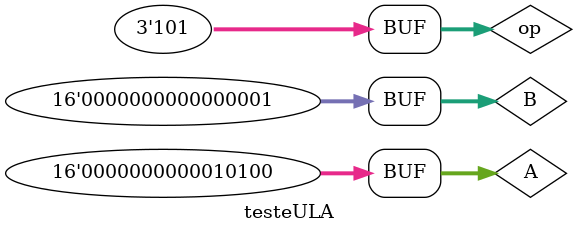
<source format=v>
/*
LAOC2 Pratica 2
21/05/2022

Caio Vinicius Pereira Silveira
Paulo Lopes Nascimento
*/
/*
	Módulo da Unidade Lógica e Aritmética (ULA).
	Inputs: Parâmetros A e B e código da operaçao op.
	Outputs: Resultado out da operaçao. 
*/
module ula(A, B, op, out);
	
	// Declaração de entradas e saídas.
	input [2:0] op;
	input [15:0] A, B;
	output reg [15:0] out;
	
	/*
	Tabela com códigos e operaçoes correspondentes.
		OP	OPERACAO
		000	ADD
		001	SUB
		010	OR
		011	SLT
		100	SLL
		101	SRL
		110	
		111	
	*/
	
	//Bloco always que monitora e realiza os cálculos conforme chegam na ULA.
	always @(*)
	begin
		case(op)
			3'b000: //ADD
			begin
				out <= A + B;
			end
			3'b001: //SUB
			begin
				out <= A - B;
			end
			3'b010: //OR
			begin
				out <= A | B;
			end
			3'b011: //SLT
			begin
				if(A < B)
					out <= 16'h0001;
				else
					out <= 16'h0000;
			end
			3'b100: //SLL
			begin
				out <= A << B;
			end
			3'b101: //SRL
			begin
				out <= A >> B;
			end
			default:
				begin
					out <= 16'h1111;
				end
			endcase
	end
	
endmodule

/*
	Teste para a ULA.
*/
module testeULA();
	reg [2:0] op;
	reg [15:0] A, B;
	wire [15:0] out;
	
	// Chamada do módulo da ULA.
	ula dut(A, B, op, out);
	
	// Bloco initial de monitoramento com display.
	initial
		$monitor("Time %0d, Out: %b = %h", $time, out, out);
	
	// Bloco initial com testes variados para a ULA.
	initial
	begin
				A = 16'h0003; B = 16'h0004; op = 3'b000; //0: 3+4
		#1;	A = 16'h000F; B = 16'h0003; op = 3'b001; //1: F-3
		#1;	A = 16'h000C; B = 16'h000A; op = 3'b010; //2: (000h 1100) || (000h 1010) = 000h 1110 (E) 
		#1;	A = 16'h0006; B = 16'h0002; op = 3'b011; //3:(6<2)?(1:0)
		#1;	A = 16'h0003; B = 16'h0004; op = 3'b011; //4:(3<4)?(1:0)
		#1;	A = 16'h0005; B = 16'h0005; op = 3'b011; //5:(5<5)?(1:0)
		#1;	A = 16'h0006; B = 16'h0001; op = 3'b100; //6: 6 << 1 = 12
		#1;	A = 16'h0014; B = 16'h0001; op = 3'b101; //7: 10100 >> 1 = A
		#1;
	end
	
endmodule
</source>
